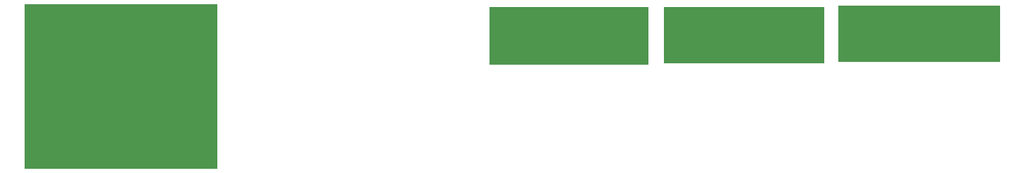
<source format=gbp>
G04 MADE WITH FRITZING*
G04 WWW.FRITZING.ORG*
G04 DOUBLE SIDED*
G04 HOLES PLATED*
G04 CONTOUR ON CENTER OF CONTOUR VECTOR*
%ASAXBY*%
%FSLAX23Y23*%
%MOIN*%
%OFA0B0*%
%SFA1.0B1.0*%
%ADD10R,0.766667X0.266667*%
%ADD11R,0.914814X0.781481*%
%ADD12R,0.755559X0.274073*%
%ADD13R,0.759260X0.270370*%
%ADD14R,0.001000X0.001000*%
%LNPASTEMASK0*%
G90*
G70*
G54D10*
X4715Y3271D03*
G54D11*
X932Y3022D03*
G54D12*
X3056Y3263D03*
G54D13*
X3886Y3266D03*
G54D14*
D02*
G04 End of PasteMask0*
M02*
</source>
